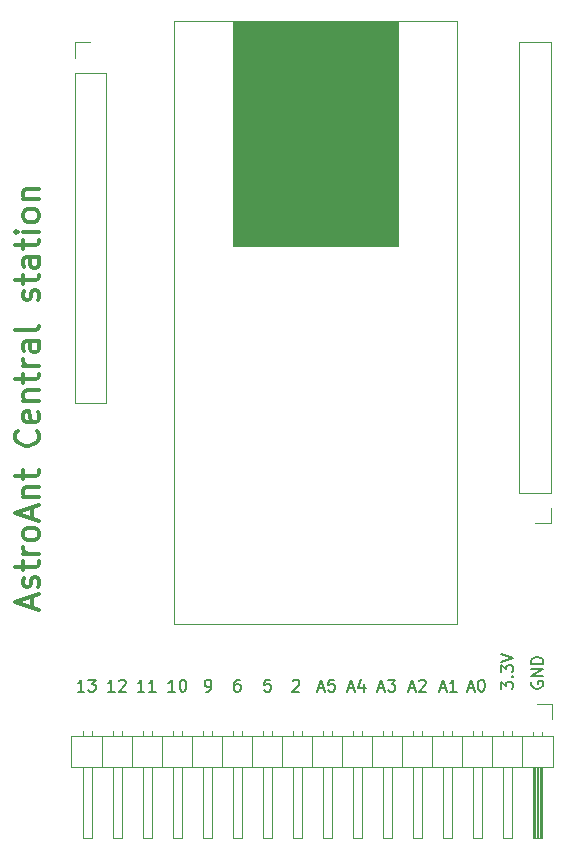
<source format=gbr>
%TF.GenerationSoftware,KiCad,Pcbnew,(5.1.8)-1*%
%TF.CreationDate,2021-11-07T11:05:33-05:00*%
%TF.ProjectId,controller,636f6e74-726f-46c6-9c65-722e6b696361,rev?*%
%TF.SameCoordinates,Original*%
%TF.FileFunction,Legend,Top*%
%TF.FilePolarity,Positive*%
%FSLAX46Y46*%
G04 Gerber Fmt 4.6, Leading zero omitted, Abs format (unit mm)*
G04 Created by KiCad (PCBNEW (5.1.8)-1) date 2021-11-07 11:05:33*
%MOMM*%
%LPD*%
G01*
G04 APERTURE LIST*
%ADD10C,0.300000*%
%ADD11C,0.150000*%
%ADD12C,0.100000*%
%ADD13C,0.120000*%
G04 APERTURE END LIST*
D10*
X123083333Y-105391904D02*
X123083333Y-104439523D01*
X123654761Y-105582380D02*
X121654761Y-104915714D01*
X123654761Y-104249047D01*
X123559523Y-103677619D02*
X123654761Y-103487142D01*
X123654761Y-103106190D01*
X123559523Y-102915714D01*
X123369047Y-102820476D01*
X123273809Y-102820476D01*
X123083333Y-102915714D01*
X122988095Y-103106190D01*
X122988095Y-103391904D01*
X122892857Y-103582380D01*
X122702380Y-103677619D01*
X122607142Y-103677619D01*
X122416666Y-103582380D01*
X122321428Y-103391904D01*
X122321428Y-103106190D01*
X122416666Y-102915714D01*
X122321428Y-102249047D02*
X122321428Y-101487142D01*
X121654761Y-101963333D02*
X123369047Y-101963333D01*
X123559523Y-101868095D01*
X123654761Y-101677619D01*
X123654761Y-101487142D01*
X123654761Y-100820476D02*
X122321428Y-100820476D01*
X122702380Y-100820476D02*
X122511904Y-100725238D01*
X122416666Y-100629999D01*
X122321428Y-100439523D01*
X122321428Y-100249047D01*
X123654761Y-99296666D02*
X123559523Y-99487142D01*
X123464285Y-99582380D01*
X123273809Y-99677619D01*
X122702380Y-99677619D01*
X122511904Y-99582380D01*
X122416666Y-99487142D01*
X122321428Y-99296666D01*
X122321428Y-99010952D01*
X122416666Y-98820476D01*
X122511904Y-98725238D01*
X122702380Y-98630000D01*
X123273809Y-98630000D01*
X123464285Y-98725238D01*
X123559523Y-98820476D01*
X123654761Y-99010952D01*
X123654761Y-99296666D01*
X123083333Y-97868095D02*
X123083333Y-96915714D01*
X123654761Y-98058571D02*
X121654761Y-97391904D01*
X123654761Y-96725238D01*
X122321428Y-96058571D02*
X123654761Y-96058571D01*
X122511904Y-96058571D02*
X122416666Y-95963333D01*
X122321428Y-95772857D01*
X122321428Y-95487142D01*
X122416666Y-95296666D01*
X122607142Y-95201428D01*
X123654761Y-95201428D01*
X122321428Y-94534761D02*
X122321428Y-93772857D01*
X121654761Y-94249047D02*
X123369047Y-94249047D01*
X123559523Y-94153809D01*
X123654761Y-93963333D01*
X123654761Y-93772857D01*
X123464285Y-90439523D02*
X123559523Y-90534761D01*
X123654761Y-90820476D01*
X123654761Y-91010952D01*
X123559523Y-91296666D01*
X123369047Y-91487142D01*
X123178571Y-91582380D01*
X122797619Y-91677619D01*
X122511904Y-91677619D01*
X122130952Y-91582380D01*
X121940476Y-91487142D01*
X121750000Y-91296666D01*
X121654761Y-91010952D01*
X121654761Y-90820476D01*
X121750000Y-90534761D01*
X121845238Y-90439523D01*
X123559523Y-88820476D02*
X123654761Y-89010952D01*
X123654761Y-89391904D01*
X123559523Y-89582380D01*
X123369047Y-89677619D01*
X122607142Y-89677619D01*
X122416666Y-89582380D01*
X122321428Y-89391904D01*
X122321428Y-89010952D01*
X122416666Y-88820476D01*
X122607142Y-88725238D01*
X122797619Y-88725238D01*
X122988095Y-89677619D01*
X122321428Y-87868095D02*
X123654761Y-87868095D01*
X122511904Y-87868095D02*
X122416666Y-87772857D01*
X122321428Y-87582380D01*
X122321428Y-87296666D01*
X122416666Y-87106190D01*
X122607142Y-87010952D01*
X123654761Y-87010952D01*
X122321428Y-86344285D02*
X122321428Y-85582380D01*
X121654761Y-86058571D02*
X123369047Y-86058571D01*
X123559523Y-85963333D01*
X123654761Y-85772857D01*
X123654761Y-85582380D01*
X123654761Y-84915714D02*
X122321428Y-84915714D01*
X122702380Y-84915714D02*
X122511904Y-84820476D01*
X122416666Y-84725238D01*
X122321428Y-84534761D01*
X122321428Y-84344285D01*
X123654761Y-82820476D02*
X122607142Y-82820476D01*
X122416666Y-82915714D01*
X122321428Y-83106190D01*
X122321428Y-83487142D01*
X122416666Y-83677619D01*
X123559523Y-82820476D02*
X123654761Y-83010952D01*
X123654761Y-83487142D01*
X123559523Y-83677619D01*
X123369047Y-83772857D01*
X123178571Y-83772857D01*
X122988095Y-83677619D01*
X122892857Y-83487142D01*
X122892857Y-83010952D01*
X122797619Y-82820476D01*
X123654761Y-81582380D02*
X123559523Y-81772857D01*
X123369047Y-81868095D01*
X121654761Y-81868095D01*
X123559523Y-79391904D02*
X123654761Y-79201428D01*
X123654761Y-78820476D01*
X123559523Y-78630000D01*
X123369047Y-78534761D01*
X123273809Y-78534761D01*
X123083333Y-78630000D01*
X122988095Y-78820476D01*
X122988095Y-79106190D01*
X122892857Y-79296666D01*
X122702380Y-79391904D01*
X122607142Y-79391904D01*
X122416666Y-79296666D01*
X122321428Y-79106190D01*
X122321428Y-78820476D01*
X122416666Y-78630000D01*
X122321428Y-77963333D02*
X122321428Y-77201428D01*
X121654761Y-77677619D02*
X123369047Y-77677619D01*
X123559523Y-77582380D01*
X123654761Y-77391904D01*
X123654761Y-77201428D01*
X123654761Y-75677619D02*
X122607142Y-75677619D01*
X122416666Y-75772857D01*
X122321428Y-75963333D01*
X122321428Y-76344285D01*
X122416666Y-76534761D01*
X123559523Y-75677619D02*
X123654761Y-75868095D01*
X123654761Y-76344285D01*
X123559523Y-76534761D01*
X123369047Y-76630000D01*
X123178571Y-76630000D01*
X122988095Y-76534761D01*
X122892857Y-76344285D01*
X122892857Y-75868095D01*
X122797619Y-75677619D01*
X122321428Y-75010952D02*
X122321428Y-74249047D01*
X121654761Y-74725238D02*
X123369047Y-74725238D01*
X123559523Y-74630000D01*
X123654761Y-74439523D01*
X123654761Y-74249047D01*
X123654761Y-73582380D02*
X122321428Y-73582380D01*
X121654761Y-73582380D02*
X121750000Y-73677619D01*
X121845238Y-73582380D01*
X121750000Y-73487142D01*
X121654761Y-73582380D01*
X121845238Y-73582380D01*
X123654761Y-72344285D02*
X123559523Y-72534761D01*
X123464285Y-72630000D01*
X123273809Y-72725238D01*
X122702380Y-72725238D01*
X122511904Y-72630000D01*
X122416666Y-72534761D01*
X122321428Y-72344285D01*
X122321428Y-72058571D01*
X122416666Y-71868095D01*
X122511904Y-71772857D01*
X122702380Y-71677619D01*
X123273809Y-71677619D01*
X123464285Y-71772857D01*
X123559523Y-71868095D01*
X123654761Y-72058571D01*
X123654761Y-72344285D01*
X122321428Y-70820476D02*
X123654761Y-70820476D01*
X122511904Y-70820476D02*
X122416666Y-70725238D01*
X122321428Y-70534761D01*
X122321428Y-70249047D01*
X122416666Y-70058571D01*
X122607142Y-69963333D01*
X123654761Y-69963333D01*
D11*
X165390000Y-111681904D02*
X165342380Y-111777142D01*
X165342380Y-111920000D01*
X165390000Y-112062857D01*
X165485238Y-112158095D01*
X165580476Y-112205714D01*
X165770952Y-112253333D01*
X165913809Y-112253333D01*
X166104285Y-112205714D01*
X166199523Y-112158095D01*
X166294761Y-112062857D01*
X166342380Y-111920000D01*
X166342380Y-111824761D01*
X166294761Y-111681904D01*
X166247142Y-111634285D01*
X165913809Y-111634285D01*
X165913809Y-111824761D01*
X166342380Y-111205714D02*
X165342380Y-111205714D01*
X166342380Y-110634285D01*
X165342380Y-110634285D01*
X166342380Y-110158095D02*
X165342380Y-110158095D01*
X165342380Y-109920000D01*
X165390000Y-109777142D01*
X165485238Y-109681904D01*
X165580476Y-109634285D01*
X165770952Y-109586666D01*
X165913809Y-109586666D01*
X166104285Y-109634285D01*
X166199523Y-109681904D01*
X166294761Y-109777142D01*
X166342380Y-109920000D01*
X166342380Y-110158095D01*
X162792380Y-112300952D02*
X162792380Y-111681904D01*
X163173333Y-112015238D01*
X163173333Y-111872381D01*
X163220952Y-111777142D01*
X163268571Y-111729523D01*
X163363809Y-111681904D01*
X163601904Y-111681904D01*
X163697142Y-111729523D01*
X163744761Y-111777142D01*
X163792380Y-111872381D01*
X163792380Y-112158095D01*
X163744761Y-112253333D01*
X163697142Y-112300952D01*
X163697142Y-111253333D02*
X163744761Y-111205714D01*
X163792380Y-111253333D01*
X163744761Y-111300952D01*
X163697142Y-111253333D01*
X163792380Y-111253333D01*
X162792380Y-110872381D02*
X162792380Y-110253333D01*
X163173333Y-110586666D01*
X163173333Y-110443809D01*
X163220952Y-110348571D01*
X163268571Y-110300952D01*
X163363809Y-110253333D01*
X163601904Y-110253333D01*
X163697142Y-110300952D01*
X163744761Y-110348571D01*
X163792380Y-110443809D01*
X163792380Y-110729523D01*
X163744761Y-110824762D01*
X163697142Y-110872381D01*
X162792380Y-109967619D02*
X163792380Y-109634285D01*
X162792380Y-109300952D01*
X159965714Y-112216666D02*
X160441904Y-112216666D01*
X159870476Y-112502380D02*
X160203809Y-111502380D01*
X160537142Y-112502380D01*
X161060952Y-111502380D02*
X161156190Y-111502380D01*
X161251428Y-111550000D01*
X161299047Y-111597619D01*
X161346666Y-111692857D01*
X161394285Y-111883333D01*
X161394285Y-112121428D01*
X161346666Y-112311904D01*
X161299047Y-112407142D01*
X161251428Y-112454761D01*
X161156190Y-112502380D01*
X161060952Y-112502380D01*
X160965714Y-112454761D01*
X160918095Y-112407142D01*
X160870476Y-112311904D01*
X160822857Y-112121428D01*
X160822857Y-111883333D01*
X160870476Y-111692857D01*
X160918095Y-111597619D01*
X160965714Y-111550000D01*
X161060952Y-111502380D01*
X157595714Y-112216666D02*
X158071904Y-112216666D01*
X157500476Y-112502380D02*
X157833809Y-111502380D01*
X158167142Y-112502380D01*
X159024285Y-112502380D02*
X158452857Y-112502380D01*
X158738571Y-112502380D02*
X158738571Y-111502380D01*
X158643333Y-111645238D01*
X158548095Y-111740476D01*
X158452857Y-111788095D01*
X154995714Y-112216666D02*
X155471904Y-112216666D01*
X154900476Y-112502380D02*
X155233809Y-111502380D01*
X155567142Y-112502380D01*
X155852857Y-111597619D02*
X155900476Y-111550000D01*
X155995714Y-111502380D01*
X156233809Y-111502380D01*
X156329047Y-111550000D01*
X156376666Y-111597619D01*
X156424285Y-111692857D01*
X156424285Y-111788095D01*
X156376666Y-111930952D01*
X155805238Y-112502380D01*
X156424285Y-112502380D01*
X152415714Y-112216666D02*
X152891904Y-112216666D01*
X152320476Y-112502380D02*
X152653809Y-111502380D01*
X152987142Y-112502380D01*
X153225238Y-111502380D02*
X153844285Y-111502380D01*
X153510952Y-111883333D01*
X153653809Y-111883333D01*
X153749047Y-111930952D01*
X153796666Y-111978571D01*
X153844285Y-112073809D01*
X153844285Y-112311904D01*
X153796666Y-112407142D01*
X153749047Y-112454761D01*
X153653809Y-112502380D01*
X153368095Y-112502380D01*
X153272857Y-112454761D01*
X153225238Y-112407142D01*
X149835714Y-112216666D02*
X150311904Y-112216666D01*
X149740476Y-112502380D02*
X150073809Y-111502380D01*
X150407142Y-112502380D01*
X151169047Y-111835714D02*
X151169047Y-112502380D01*
X150930952Y-111454761D02*
X150692857Y-112169047D01*
X151311904Y-112169047D01*
X147275714Y-112216666D02*
X147751904Y-112216666D01*
X147180476Y-112502380D02*
X147513809Y-111502380D01*
X147847142Y-112502380D01*
X148656666Y-111502380D02*
X148180476Y-111502380D01*
X148132857Y-111978571D01*
X148180476Y-111930952D01*
X148275714Y-111883333D01*
X148513809Y-111883333D01*
X148609047Y-111930952D01*
X148656666Y-111978571D01*
X148704285Y-112073809D01*
X148704285Y-112311904D01*
X148656666Y-112407142D01*
X148609047Y-112454761D01*
X148513809Y-112502380D01*
X148275714Y-112502380D01*
X148180476Y-112454761D01*
X148132857Y-112407142D01*
X145144285Y-111597619D02*
X145191904Y-111550000D01*
X145287142Y-111502380D01*
X145525238Y-111502380D01*
X145620476Y-111550000D01*
X145668095Y-111597619D01*
X145715714Y-111692857D01*
X145715714Y-111788095D01*
X145668095Y-111930952D01*
X145096666Y-112502380D01*
X145715714Y-112502380D01*
X143238095Y-111502380D02*
X142761904Y-111502380D01*
X142714285Y-111978571D01*
X142761904Y-111930952D01*
X142857142Y-111883333D01*
X143095238Y-111883333D01*
X143190476Y-111930952D01*
X143238095Y-111978571D01*
X143285714Y-112073809D01*
X143285714Y-112311904D01*
X143238095Y-112407142D01*
X143190476Y-112454761D01*
X143095238Y-112502380D01*
X142857142Y-112502380D01*
X142761904Y-112454761D01*
X142714285Y-112407142D01*
X140640476Y-111502380D02*
X140450000Y-111502380D01*
X140354761Y-111550000D01*
X140307142Y-111597619D01*
X140211904Y-111740476D01*
X140164285Y-111930952D01*
X140164285Y-112311904D01*
X140211904Y-112407142D01*
X140259523Y-112454761D01*
X140354761Y-112502380D01*
X140545238Y-112502380D01*
X140640476Y-112454761D01*
X140688095Y-112407142D01*
X140735714Y-112311904D01*
X140735714Y-112073809D01*
X140688095Y-111978571D01*
X140640476Y-111930952D01*
X140545238Y-111883333D01*
X140354761Y-111883333D01*
X140259523Y-111930952D01*
X140211904Y-111978571D01*
X140164285Y-112073809D01*
X137789523Y-112502380D02*
X137980000Y-112502380D01*
X138075238Y-112454761D01*
X138122857Y-112407142D01*
X138218095Y-112264285D01*
X138265714Y-112073809D01*
X138265714Y-111692857D01*
X138218095Y-111597619D01*
X138170476Y-111550000D01*
X138075238Y-111502380D01*
X137884761Y-111502380D01*
X137789523Y-111550000D01*
X137741904Y-111597619D01*
X137694285Y-111692857D01*
X137694285Y-111930952D01*
X137741904Y-112026190D01*
X137789523Y-112073809D01*
X137884761Y-112121428D01*
X138075238Y-112121428D01*
X138170476Y-112073809D01*
X138218095Y-112026190D01*
X138265714Y-111930952D01*
X135179523Y-112502380D02*
X134608095Y-112502380D01*
X134893809Y-112502380D02*
X134893809Y-111502380D01*
X134798571Y-111645238D01*
X134703333Y-111740476D01*
X134608095Y-111788095D01*
X135798571Y-111502380D02*
X135893809Y-111502380D01*
X135989047Y-111550000D01*
X136036666Y-111597619D01*
X136084285Y-111692857D01*
X136131904Y-111883333D01*
X136131904Y-112121428D01*
X136084285Y-112311904D01*
X136036666Y-112407142D01*
X135989047Y-112454761D01*
X135893809Y-112502380D01*
X135798571Y-112502380D01*
X135703333Y-112454761D01*
X135655714Y-112407142D01*
X135608095Y-112311904D01*
X135560476Y-112121428D01*
X135560476Y-111883333D01*
X135608095Y-111692857D01*
X135655714Y-111597619D01*
X135703333Y-111550000D01*
X135798571Y-111502380D01*
X132589523Y-112502380D02*
X132018095Y-112502380D01*
X132303809Y-112502380D02*
X132303809Y-111502380D01*
X132208571Y-111645238D01*
X132113333Y-111740476D01*
X132018095Y-111788095D01*
X133541904Y-112502380D02*
X132970476Y-112502380D01*
X133256190Y-112502380D02*
X133256190Y-111502380D01*
X133160952Y-111645238D01*
X133065714Y-111740476D01*
X132970476Y-111788095D01*
X130069523Y-112502380D02*
X129498095Y-112502380D01*
X129783809Y-112502380D02*
X129783809Y-111502380D01*
X129688571Y-111645238D01*
X129593333Y-111740476D01*
X129498095Y-111788095D01*
X130450476Y-111597619D02*
X130498095Y-111550000D01*
X130593333Y-111502380D01*
X130831428Y-111502380D01*
X130926666Y-111550000D01*
X130974285Y-111597619D01*
X131021904Y-111692857D01*
X131021904Y-111788095D01*
X130974285Y-111930952D01*
X130402857Y-112502380D01*
X131021904Y-112502380D01*
X127499523Y-112502380D02*
X126928095Y-112502380D01*
X127213809Y-112502380D02*
X127213809Y-111502380D01*
X127118571Y-111645238D01*
X127023333Y-111740476D01*
X126928095Y-111788095D01*
X127832857Y-111502380D02*
X128451904Y-111502380D01*
X128118571Y-111883333D01*
X128261428Y-111883333D01*
X128356666Y-111930952D01*
X128404285Y-111978571D01*
X128451904Y-112073809D01*
X128451904Y-112311904D01*
X128404285Y-112407142D01*
X128356666Y-112454761D01*
X128261428Y-112502380D01*
X127975714Y-112502380D01*
X127880476Y-112454761D01*
X127832857Y-112407142D01*
D12*
%TO.C,U1*%
G36*
X154055000Y-74754999D02*
G01*
X140055000Y-74754999D01*
X140055000Y-55754999D01*
X154055000Y-55754999D01*
X154055000Y-74754999D01*
G37*
X154055000Y-74754999D02*
X140055000Y-74754999D01*
X140055000Y-55754999D01*
X154055000Y-55754999D01*
X154055000Y-74754999D01*
D13*
X135055000Y-106754999D02*
X135055000Y-55754999D01*
X159055000Y-106754999D02*
X135055000Y-106754999D01*
X159055000Y-55754999D02*
X159055000Y-106754999D01*
X135055000Y-55754999D02*
X159055000Y-55754999D01*
%TO.C,J3*%
X167110000Y-113520000D02*
X167110000Y-114790000D01*
X165840000Y-113520000D02*
X167110000Y-113520000D01*
X127360000Y-115832929D02*
X127360000Y-116230000D01*
X128120000Y-115832929D02*
X128120000Y-116230000D01*
X127360000Y-124890000D02*
X127360000Y-118890000D01*
X128120000Y-124890000D02*
X127360000Y-124890000D01*
X128120000Y-118890000D02*
X128120000Y-124890000D01*
X129010000Y-116230000D02*
X129010000Y-118890000D01*
X129900000Y-115832929D02*
X129900000Y-116230000D01*
X130660000Y-115832929D02*
X130660000Y-116230000D01*
X129900000Y-124890000D02*
X129900000Y-118890000D01*
X130660000Y-124890000D02*
X129900000Y-124890000D01*
X130660000Y-118890000D02*
X130660000Y-124890000D01*
X131550000Y-116230000D02*
X131550000Y-118890000D01*
X132440000Y-115832929D02*
X132440000Y-116230000D01*
X133200000Y-115832929D02*
X133200000Y-116230000D01*
X132440000Y-124890000D02*
X132440000Y-118890000D01*
X133200000Y-124890000D02*
X132440000Y-124890000D01*
X133200000Y-118890000D02*
X133200000Y-124890000D01*
X134090000Y-116230000D02*
X134090000Y-118890000D01*
X134980000Y-115832929D02*
X134980000Y-116230000D01*
X135740000Y-115832929D02*
X135740000Y-116230000D01*
X134980000Y-124890000D02*
X134980000Y-118890000D01*
X135740000Y-124890000D02*
X134980000Y-124890000D01*
X135740000Y-118890000D02*
X135740000Y-124890000D01*
X136630000Y-116230000D02*
X136630000Y-118890000D01*
X137520000Y-115832929D02*
X137520000Y-116230000D01*
X138280000Y-115832929D02*
X138280000Y-116230000D01*
X137520000Y-124890000D02*
X137520000Y-118890000D01*
X138280000Y-124890000D02*
X137520000Y-124890000D01*
X138280000Y-118890000D02*
X138280000Y-124890000D01*
X139170000Y-116230000D02*
X139170000Y-118890000D01*
X140060000Y-115832929D02*
X140060000Y-116230000D01*
X140820000Y-115832929D02*
X140820000Y-116230000D01*
X140060000Y-124890000D02*
X140060000Y-118890000D01*
X140820000Y-124890000D02*
X140060000Y-124890000D01*
X140820000Y-118890000D02*
X140820000Y-124890000D01*
X141710000Y-116230000D02*
X141710000Y-118890000D01*
X142600000Y-115832929D02*
X142600000Y-116230000D01*
X143360000Y-115832929D02*
X143360000Y-116230000D01*
X142600000Y-124890000D02*
X142600000Y-118890000D01*
X143360000Y-124890000D02*
X142600000Y-124890000D01*
X143360000Y-118890000D02*
X143360000Y-124890000D01*
X144250000Y-116230000D02*
X144250000Y-118890000D01*
X145140000Y-115832929D02*
X145140000Y-116230000D01*
X145900000Y-115832929D02*
X145900000Y-116230000D01*
X145140000Y-124890000D02*
X145140000Y-118890000D01*
X145900000Y-124890000D02*
X145140000Y-124890000D01*
X145900000Y-118890000D02*
X145900000Y-124890000D01*
X146790000Y-116230000D02*
X146790000Y-118890000D01*
X147680000Y-115832929D02*
X147680000Y-116230000D01*
X148440000Y-115832929D02*
X148440000Y-116230000D01*
X147680000Y-124890000D02*
X147680000Y-118890000D01*
X148440000Y-124890000D02*
X147680000Y-124890000D01*
X148440000Y-118890000D02*
X148440000Y-124890000D01*
X149330000Y-116230000D02*
X149330000Y-118890000D01*
X150220000Y-115832929D02*
X150220000Y-116230000D01*
X150980000Y-115832929D02*
X150980000Y-116230000D01*
X150220000Y-124890000D02*
X150220000Y-118890000D01*
X150980000Y-124890000D02*
X150220000Y-124890000D01*
X150980000Y-118890000D02*
X150980000Y-124890000D01*
X151870000Y-116230000D02*
X151870000Y-118890000D01*
X152760000Y-115832929D02*
X152760000Y-116230000D01*
X153520000Y-115832929D02*
X153520000Y-116230000D01*
X152760000Y-124890000D02*
X152760000Y-118890000D01*
X153520000Y-124890000D02*
X152760000Y-124890000D01*
X153520000Y-118890000D02*
X153520000Y-124890000D01*
X154410000Y-116230000D02*
X154410000Y-118890000D01*
X155300000Y-115832929D02*
X155300000Y-116230000D01*
X156060000Y-115832929D02*
X156060000Y-116230000D01*
X155300000Y-124890000D02*
X155300000Y-118890000D01*
X156060000Y-124890000D02*
X155300000Y-124890000D01*
X156060000Y-118890000D02*
X156060000Y-124890000D01*
X156950000Y-116230000D02*
X156950000Y-118890000D01*
X157840000Y-115832929D02*
X157840000Y-116230000D01*
X158600000Y-115832929D02*
X158600000Y-116230000D01*
X157840000Y-124890000D02*
X157840000Y-118890000D01*
X158600000Y-124890000D02*
X157840000Y-124890000D01*
X158600000Y-118890000D02*
X158600000Y-124890000D01*
X159490000Y-116230000D02*
X159490000Y-118890000D01*
X160380000Y-115832929D02*
X160380000Y-116230000D01*
X161140000Y-115832929D02*
X161140000Y-116230000D01*
X160380000Y-124890000D02*
X160380000Y-118890000D01*
X161140000Y-124890000D02*
X160380000Y-124890000D01*
X161140000Y-118890000D02*
X161140000Y-124890000D01*
X162030000Y-116230000D02*
X162030000Y-118890000D01*
X162920000Y-115832929D02*
X162920000Y-116230000D01*
X163680000Y-115832929D02*
X163680000Y-116230000D01*
X162920000Y-124890000D02*
X162920000Y-118890000D01*
X163680000Y-124890000D02*
X162920000Y-124890000D01*
X163680000Y-118890000D02*
X163680000Y-124890000D01*
X164570000Y-116230000D02*
X164570000Y-118890000D01*
X165460000Y-115900000D02*
X165460000Y-116230000D01*
X166220000Y-115900000D02*
X166220000Y-116230000D01*
X165560000Y-118890000D02*
X165560000Y-124890000D01*
X165680000Y-118890000D02*
X165680000Y-124890000D01*
X165800000Y-118890000D02*
X165800000Y-124890000D01*
X165920000Y-118890000D02*
X165920000Y-124890000D01*
X166040000Y-118890000D02*
X166040000Y-124890000D01*
X166160000Y-118890000D02*
X166160000Y-124890000D01*
X165460000Y-124890000D02*
X165460000Y-118890000D01*
X166220000Y-124890000D02*
X165460000Y-124890000D01*
X166220000Y-118890000D02*
X166220000Y-124890000D01*
X167170000Y-118890000D02*
X167170000Y-116230000D01*
X126410000Y-118890000D02*
X167170000Y-118890000D01*
X126410000Y-116230000D02*
X126410000Y-118890000D01*
X167170000Y-116230000D02*
X126410000Y-116230000D01*
%TO.C,J2*%
X166970000Y-98270000D02*
X165640000Y-98270000D01*
X166970000Y-96940000D02*
X166970000Y-98270000D01*
X166970000Y-95670000D02*
X164310000Y-95670000D01*
X164310000Y-95670000D02*
X164310000Y-57510000D01*
X166970000Y-95670000D02*
X166970000Y-57510000D01*
X166970000Y-57510000D02*
X164310000Y-57510000D01*
%TO.C,J1*%
X126690000Y-57510000D02*
X128020000Y-57510000D01*
X126690000Y-58840000D02*
X126690000Y-57510000D01*
X126690000Y-60110000D02*
X129350000Y-60110000D01*
X129350000Y-60110000D02*
X129350000Y-88110000D01*
X126690000Y-60110000D02*
X126690000Y-88110000D01*
X126690000Y-88110000D02*
X129350000Y-88110000D01*
%TD*%
M02*

</source>
